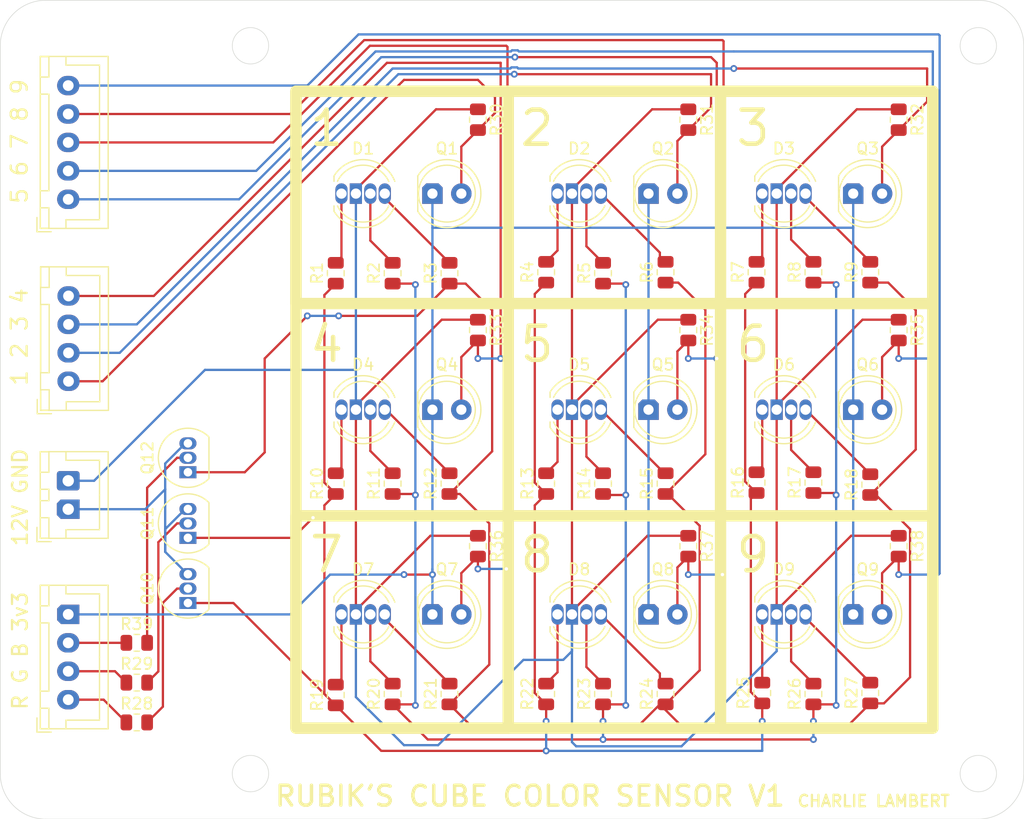
<source format=kicad_pcb>
(kicad_pcb (version 20240108) (generator "pcbnew") (generator_version "8.0")
  (title_block (title "Rubik's Cube Color Sensor") (date "2024-03-12") (rev "A") (company "Designed by Charlie Lambert") (comment 1 "Color sensor board for Rubik's Cube Solving Machine"))
  (layers (0 "F.Cu" signal) (31 "B.Cu" signal) (34 "B.Paste" user) (35 "F.Paste" user) (36 "B.SilkS" user "B.Silkscreen") (37 "F.SilkS" user "F.Silkscreen") (38 "B.Mask" user) (39 "F.Mask" user) (44 "Edge.Cuts" user))
  (net 0 "")
  (net 1 "Net-(D1-GA)")
  (net 2 "Net-(D1-BA)")
  (net 3 "Net-(D1-RA)")
  (net 4 "Net-(D1-K)")
  (net 5 "Net-(D2-BA)")
  (net 6 "Net-(D2-RA)")
  (net 7 "Net-(D2-GA)")
  (net 8 "Net-(D3-RA)")
  (net 9 "Net-(D3-BA)")
  (net 10 "Net-(D3-GA)")
  (net 11 "Net-(D4-GA)")
  (net 12 "Net-(D4-BA)")
  (net 13 "Net-(D4-RA)")
  (net 14 "Net-(D5-BA)")
  (net 15 "Net-(D5-RA)")
  (net 16 "Net-(D5-GA)")
  (net 17 "Net-(D6-RA)")
  (net 18 "Net-(D6-GA)")
  (net 19 "Net-(D6-BA)")
  (net 20 "Net-(D7-RA)")
  (net 21 "Net-(D7-BA)")
  (net 22 "Net-(D7-GA)")
  (net 23 "Net-(D8-GA)")
  (net 24 "Net-(D8-RA)")
  (net 25 "Net-(D8-BA)")
  (net 26 "Net-(D9-RA)")
  (net 27 "Net-(D9-BA)")
  (net 28 "Net-(D9-GA)")
  (net 29 "Net-(J1-GREEN)")
  (net 30 "Net-(J1-3v3)")
  (net 31 "Net-(J1-RED)")
  (net 32 "Net-(J1-BLUE)")
  (net 33 "Net-(J2-12V)")
  (net 34 "Net-(J3-Pin_1)")
  (net 35 "Net-(J3-Pin_4)")
  (net 36 "Net-(J3-Pin_2)")
  (net 37 "Net-(J3-Pin_3)")
  (net 38 "Net-(J4-Pin_1)")
  (net 39 "Net-(J4-Pin_4)")
  (net 40 "Net-(J4-Pin_2)")
  (net 41 "Net-(J4-Pin_5)")
  (net 42 "Net-(J4-Pin_3)")
  (net 43 "Net-(Q10-E)")
  (net 44 "Net-(Q10-B)")
  (net 45 "Net-(Q11-B)")
  (net 46 "Net-(Q11-E)")
  (net 47 "Net-(Q12-B)")
  (net 48 "Net-(Q12-E)")
  (footprint "Resistor_SMD:R_0805_2012Metric" (layer "F.Cu") (at 125.5 106.5 90)
    (property "Reference" "R10")
    (property "Value" "470R")
  )
  (footprint "LED_THT:LED_D5.0mm_Clear" (layer "F.Cu") (at 134 81)
    (property "Reference" "Q1")
    (property "Value" "PT334-6C")
  )
  (footprint "Resistor_SMD:R_0805_2012Metric" (layer "F.Cu") (at 156.5 93 -90)
    (property "Reference" "R34")
    (property "Value" "100kR")
  )
  (footprint "LED_THT:LED_D5.0mm_Clear" (layer "F.Cu") (at 171 100)
    (property "Reference" "Q6")
    (property "Value" "PT334-6C")
  )
  (footprint "Resistor_SMD:R_0805_2012Metric" (layer "F.Cu") (at 135.5 88 90)
    (property "Reference" "R3")
    (property "Value" "430R")
  )
  (footprint "LED_THT:LED_D5.0mm_Clear" (layer "F.Cu") (at 153 118)
    (property "Reference" "Q8")
    (property "Value" "PT334-6C")
  )
  (footprint "Connector_JST:JST_XH_B5B-XH-A_1x05_P2.50mm_Vertical" (layer "F.Cu") (at 101.975 81.5 90)
    (property "Reference" "J4" (hide yes))
    (property "Value" "Color Out 2")
  )
  (footprint "Resistor_SMD:R_0805_2012Metric" (layer "F.Cu") (at 138 74.5 -90)
    (property "Reference" "R30")
    (property "Value" "100kR")
  )
  (footprint "Resistor_SMD:R_0805_2012Metric" (layer "F.Cu") (at 172.5 124.9125 90)
    (property "Reference" "R27")
    (property "Value" "430R")
  )
  (footprint "Package_TO_SOT_THT:TO-92_Inline" (layer "F.Cu") (at 112.5 105.5 90)
    (property "Reference" "Q12")
    (property "Value" "PN2222A")
  )
  (footprint "LED_THT:LED_D5.0mm-RKGB" (layer "F.Cu") (at 126 100)
    (property "Reference" "D4")
    (property "Value" "LED_KRGB")
  )
  (footprint "Resistor_SMD:R_0805_2012Metric" (layer "F.Cu") (at 175 93 -90)
    (property "Reference" "R35")
    (property "Value" "100kR")
  )
  (footprint "LED_THT:LED_D5.0mm_Clear" (layer "F.Cu") (at 153 100)
    (property "Reference" "Q5")
    (property "Value" "PT334-6C")
  )
  (footprint "Resistor_SMD:R_0805_2012Metric" (layer "F.Cu") (at 125.5 125.0875 90)
    (property "Reference" "R19")
    (property "Value" "470R")
  )
  (footprint "Package_TO_SOT_THT:TO-92_Inline" (layer "F.Cu") (at 112.5 117 90)
    (property "Reference" "Q10")
    (property "Value" "PN2222A")
  )
  (footprint "Resistor_SMD:R_0805_2012Metric" (layer "F.Cu") (at 154.5 87.9125 90)
    (property "Reference" "R6")
    (property "Value" "430R")
  )
  (footprint "Resistor_SMD:R_0805_2012Metric" (layer "F.Cu") (at 130.5 125 90)
    (property "Reference" "R20")
    (property "Value" "430R")
  )
  (footprint "Resistor_SMD:R_0805_2012Metric" (layer "F.Cu") (at 172.5 87.9125 90)
    (property "Reference" "R9")
    (property "Value" "430R")
  )
  (footprint "Resistor_SMD:R_0805_2012Metric" (layer "F.Cu") (at 167.5 106.4125 90)
    (property "Reference" "R17")
    (property "Value" "430R")
  )
  (footprint "LED_THT:LED_D5.0mm_Clear" (layer "F.Cu") (at 171 81)
    (property "Reference" "Q3")
    (property "Value" "PT334-6C")
  )
  (footprint "Resistor_SMD:R_0805_2012Metric" (layer "F.Cu") (at 167.5 87.9125 90)
    (property "Reference" "R8")
    (property "Value" "430R")
  )
  (footprint "Resistor_SMD:R_0805_2012Metric" (layer "F.Cu") (at 135.5 125 90)
    (property "Reference" "R21")
    (property "Value" "430R")
  )
  (footprint "Resistor_SMD:R_0805_2012Metric" (layer "F.Cu") (at 108 127.5)
    (property "Reference" "R28")
    (property "Value" "1kR")
  )
  (footprint "Resistor_SMD:R_0805_2012Metric" (layer "F.Cu") (at 175 74.5 -90)
    (property "Reference" "R32")
    (property "Value" "100kR")
  )
  (footprint "Package_TO_SOT_THT:TO-92_Inline" (layer "F.Cu") (at 112.5 111.27 90)
    (property "Reference" "Q11")
    (property "Value" "PN2222A")
  )
  (footprint "Resistor_SMD:R_0805_2012Metric" (layer "F.Cu") (at 130.5 106.5 90)
    (property "Reference" "R11")
    (property "Value" "430R")
  )
  (footprint "LED_THT:LED_D5.0mm-RKGB" (layer "F.Cu") (at 163 100)
    (property "Reference" "D6")
    (property "Value" "LED_KRGB")
  )
  (footprint "Resistor_SMD:R_0805_2012Metric" (layer "F.Cu") (at 154.5 125 90)
    (property "Reference" "R24")
    (property "Value" "430R")
  )
  (footprint "Resistor_SMD:R_0805_2012Metric" (layer "F.Cu") (at 149 125 90)
    (property "Reference" "R23")
    (property "Value" "430R")
  )
  (footprint "LED_THT:LED_D5.0mm_Clear" (layer "F.Cu") (at 153 81)
    (property "Reference" "Q2")
    (property "Value" "PT334-6C")
  )
  (footprint "Resistor_SMD:R_0805_2012Metric" (layer "F.Cu") (at 144 106.5 90)
    (property "Reference" "R13")
    (property "Value" "470R")
  )
  (footprint "Resistor_SMD:R_0805_2012Metric" (layer "F.Cu") (at 135.5 106.5 90)
    (property "Reference" "R12")
    (property "Value" "430R")
  )
  (footprint "Resistor_SMD:R_0805_2012Metric" (layer "F.Cu") (at 154.5 106.5 90)
    (property "Reference" "R15")
    (property "Value" "430R")
  )
  (footprint "Resistor_SMD:R_0805_2012Metric" (layer "F.Cu") (at 108 124)
    (property "Reference" "R29")
    (property "Value" "1kR")
  )
  (footprint "Resistor_SMD:R_0805_2012Metric" (layer "F.Cu") (at 130.5 88 90)
    (property "Reference" "R2")
    (property "Value" "430R")
  )
  (footprint "LED_THT:LED_D5.0mm_Clear" (layer "F.Cu") (at 171 118)
    (property "Reference" "Q9")
    (property "Value" "PT334-6C")
  )
  (footprint "Resistor_SMD:R_0805_2012Metric" (layer "F.Cu") (at 138 112 -90)
    (property "Reference" "R36")
    (property "Value" "100kR")
  )
  (footprint "LED_THT:LED_D5.0mm-RKGB" (layer "F.Cu") (at 145 100)
    (property "Reference" "D5")
    (property "Value" "LED_KRGB")
  )
  (footprint "Resistor_SMD:R_0805_2012Metric" (layer "F.Cu") (at 149 88 90)
    (property "Reference" "R5")
    (property "Value" "430R")
  )
  (footprint "LED_THT:LED_D5.0mm-RKGB" (layer "F.Cu") (at 145 118)
    (property "Reference" "D8")
    (property "Value" "LED_KRGB")
  )
  (footprint "Resistor_SMD:R_0805_2012Metric" (layer "F.Cu") (at 167.5 125 90)
    (property "Reference" "R26")
    (property "Value" "430R")
  )
  (footprint "Connector_JST:JST_XH_B2B-XH-A_1x02_P2.50mm_Vertical" (layer "F.Cu") (at 101.975 108.75 90)
    (property "Reference" "J2" (hide yes))
    (property "Value" "Power")
  )
  (footprint "Resistor_SMD:R_0805_2012Metric" (layer "F.Cu") (at 125.5 88 90)
    (property "Reference" "R1")
    (property "Value" "470R")
  )
  (footprint "Resistor_SMD:R_0805_2012Metric" (layer "F.Cu") (at 175 112 -90)
    (property "Reference" "R38")
    (property "Value" "100kR")
  )
  (footprint "Resistor_SMD:R_0805_2012Metric" (layer "F.Cu") (at 162.5 106.4125 90)
    (property "Reference" "R16")
    (property "Value" "470R")
  )
  (footprint "Resistor_SMD:R_0805_2012Metric" (layer "F.Cu") (at 108 120.5)
    (property "Reference" "R39")
    (property "Value" "1kR")
  )
  (footprint "Resistor_SMD:R_0805_2012Metric" (layer "F.Cu") (at 163 124.9125 90)
    (property "Reference" "R25")
    (property "Value" "470R")
  )
  (footprint "Resistor_SMD:R_0805_2012Metric" (layer "F.Cu") (at 138 93 -90)
    (property "Reference" "R33")
    (property "Value" "100kR")
  )
  (footprint "Resistor_SMD:R_0805_2012Metric" (layer "F.Cu") (at 149 106.5 90)
    (property "Reference" "R14")
    (property "Value" "430R")
  )
  (footprint "LED_THT:LED_D5.0mm-RKGB" (layer "F.Cu") (at 163 81)
    (property "Reference" "D3")
    (property "Value" "LED_KRGB")
  )
  (footprint "LED_THT:LED_D5.0mm-RKGB" (layer "F.Cu") (at 126 118)
    (property "Reference" "D7")
    (property "Value" "LED_KRGB")
  )
  (footprint "LED_THT:LED_D5.0mm-RKGB" (layer "F.Cu") (at 145 81)
    (property "Reference" "D2")
    (property "Value" "LED_KRGB")
  )
  (footprint "Resistor_SMD:R_0805_2012Metric" (layer "F.Cu") (at 172.5 106.5875 90)
    (property "Reference" "R18")
    (property "Value" "430R")
  )
  (footprint "Connector_JST:JST_XH_B4B-XH-A_1x04_P2.50mm_Vertical" (layer "F.Cu") (at 102 97.5 90)
    (property "Reference" "J3" (hide yes))
    (property "Value" "Color Out 1")
  )
  (footprint "Resistor_SMD:R_0805_2012Metric" (layer "F.Cu") (at 144 125 90)
    (property "Reference" "R22")
    (property "Value" "470R")
  )
  (footprint "LED_THT:LED_D5.0mm_Clear" (layer "F.Cu") (at 134 100)
    (property "Reference" "Q4")
    (property "Value" "PT334-6C")
  )
  (footprint "Resistor_SMD:R_0805_2012Metric" (layer "F.Cu") (at 156.5 74.5 -90)
    (property "Reference" "R31")
    (property "Value" "100kR")
  )
  (footprint "LED_THT:LED_D5.0mm_Clear" (layer "F.Cu") (at 134 118)
    (property "Reference" "Q7")
    (property "Value" "PT334-6C")
  )
  (footprint "LED_THT:LED_D5.0mm-RKGB" (layer "F.Cu") (at 163 118)
    (property "Reference" "D9")
    (property "Value" "LED_KRGB")
  )
  (footprint "Resistor_SMD:R_0805_2012Metric" (layer "F.Cu") (at 162.5 87.9125 90)
    (property "Reference" "R7")
    (property "Value" "470R")
  )
  (footprint "LED_THT:LED_D5.0mm-RKGB" (layer "F.Cu") (at 126 81)
    (property "Reference" "D1")
    (property "Value" "LED_KRGB")
  )
  (footprint "Resistor_SMD:R_0805_2012Metric" (layer "F.Cu") (at 156.5 112 -90)
    (property "Reference" "R37")
    (property "Value" "100kR")
  )
  (footprint "Resistor_SMD:R_0805_2012Metric" (layer "F.Cu") (at 144 87.9125 90)
    (property "Reference" "R4")
    (property "Value" "470R")
  )
  (footprint "Connector_JST:JST_XH_B4B-XH-A_1x04_P2.50mm_Vertical" (layer "F.Cu") (at 101.975 125.5 90)
    (property "Reference" "J1" (hide yes))
    (property "Value" "Color Pins")
  )
  (gr_rect (start 122 72) (end 178 128) (stroke (width 0.1)) (fill none) (layer "F.SilkS"))
  (gr_rect (start 159.333333 72) (end 178 128) (stroke (width 1)) (fill none) (layer "F.SilkS"))
  (gr_rect (start 122 72) (end 178 90.666667) (stroke (width 1)) (fill none) (layer "F.SilkS"))
  (gr_rect (start 122 109.333333) (end 178 128) (stroke (width 1)) (fill none) (layer "F.SilkS"))
  (gr_rect (start 122 72) (end 140.666667 128) (stroke (width 1)) (fill none) (layer "F.SilkS"))
  (gr_arc (start 186 132) (mid 184.828427 134.828427) (end 182 136) (stroke (width 0.05)) (layer "Edge.Cuts"))
  (gr_circle (center 182 132) (end 183.6 132) (stroke (width 0.05)) (fill none) (layer "Edge.Cuts"))
  (gr_line (start 182 136) (end 100 136) (stroke (width 0.05)) (layer "Edge.Cuts"))
  (gr_circle (center 118 68) (end 119.6 68) (stroke (width 0.05)) (fill none) (layer "Edge.Cuts"))
  (gr_line (start 182 64) (end 100 64) (stroke (width 0.05)) (layer "Edge.Cuts"))
  (gr_line (start 186 132) (end 186 68) (stroke (width 0.05)) (layer "Edge.Cuts"))
  (gr_arc (start 182 64) (mid 184.828427 65.171573) (end 186 68) (stroke (width 0.05)) (layer "Edge.Cuts"))
  (gr_arc (start 100 136) (mid 97.171573 134.828427) (end 96 132) (stroke (width 0.05)) (layer "Edge.Cuts"))
  (gr_circle (center 182 68) (end 183.6 68) (stroke (width 0.05)) (fill none) (layer "Edge.Cuts"))
  (gr_line (start 96 132) (end 96 68) (stroke (width 0.05)) (layer "Edge.Cuts"))
  (gr_arc (start 96 68) (mid 97.171573 65.171573) (end 100 64) (stroke (width 0.05)) (layer "Edge.Cuts"))
  (gr_circle (center 118 132) (end 119.6 132) (stroke (width 0.05)) (fill none) (layer "Edge.Cuts"))
  (gr_text "2" (at 141.5 77 0) (layer "F.SilkS") (effects (font (size 3 3) (thickness 0.4)) (justify left bottom)))
  (gr_text "CHARLIE LAMBERT" (at 166 135 0) (layer "F.SilkS") (effects (font (size 1 1) (thickness 0.2) (bold yes)) (justify left bottom)))
  (gr_text "R G B 3v3" (at 98.5 126.5 90) (layer "F.SilkS") (effects (font (size 1.3 1.3) (thickness 0.2)) (justify left bottom)))
  (gr_text "4" (at 123 96 0) (layer "F.SilkS") (effects (font (size 3 3) (thickness 0.4)) (justify left bottom)))
  (gr_text "RUBIK'S CUBE COLOR SENSOR V1" (at 120 135 0) (layer "F.SilkS") (effects (font (size 1.75 1.75) (thickness 0.3) (bold yes)) (justify left bottom)))
  (gr_text "1 2 3 4" (at 98.5 98 90) (layer "F.SilkS") (effects (font (size 1.4 1.4) (thickness 0.2)) (justify left bottom)))
  (gr_text "9" (at 160.5 114.5 0) (layer "F.SilkS") (effects (font (size 3 3) (thickness 0.4)) (justify left bottom)))
  (gr_text "8" (at 141.5 114.5 0) (layer "F.SilkS") (effects (font (size 3 3) (thickness 0.4)) (justify left bottom)))
  (gr_text "6" (at 160.5 96 0) (layer "F.SilkS") (effects (font (size 3 3) (thickness 0.4)) (justify left bottom)))
  (gr_text "3" (at 160.5 77 0) (layer "F.SilkS") (effects (font (size 3 3) (thickness 0.4)) (justify left bottom)))
  (gr_text "	12V GND\n" (at 98.5 117 90) (layer "F.SilkS") (effects (font (size 1.3 1.3) (thickness 0.2)) (justify left bottom)))
  (gr_text "7" (at 123 114.5 0) (layer "F.SilkS") (effects (font (size 3 3) (thickness 0.4)) (justify left bottom)))
  (gr_text "5" (at 141.5 96 0) (layer "F.SilkS") (effects (font (size 3 3) (thickness 0.4)) (justify left bottom)))
  (gr_text "5 6 7 8 9" (at 98.5 82 90) (layer "F.SilkS") (effects (font (size 1.4 1.4) (thickness 0.2)) (justify left bottom)))
  (gr_text "1" (at 123 77 0) (layer "F.SilkS") (effects (font (size 3 3) (thickness 0.4)) (justify left bottom)))
  (segment (start 128.54 85.1275) (end 130.5 87.0875) (width 0.2) (layer "F.Cu") (net 1))
  (segment (start 128.54 81) (end 128.54 85.1275) (width 0.2) (layer "F.Cu") (net 1))
  (segment (start 129.81 81.3975) (end 135.5 87.0875) (width 0.2) (layer "F.Cu") (net 2))
  (segment (start 126 86.5875) (end 125.5 87.0875) (width 0.2) (layer "F.Cu") (net 3))
  (segment (start 126 81) (end 126 86.5875) (width 0.2) (layer "F.Cu") (net 3))
  (segment (start 127.27 80.635) (end 134.3175 73.5875) (width 0.2) (layer "F.Cu") (net 4))
  (segment (start 127.27 117.635) (end 133.8175 111.0875) (width 0.2) (layer "F.Cu") (net 4))
  (segment (start 152.906632 111.0875) (end 156.5 111.0875) (width 0.2) (layer "F.Cu") (net 4))
  (segment (start 127.27 99.635) (end 134.8175 92.0875) (width 0.2) (layer "F.Cu") (net 4))
  (segment (start 127.25 96.5) (end 127.27 96.48) (width 0.2) (layer "F.Cu") (net 4))
  (segment (start 164.27 100) (end 164.27 81) (width 0.2) (layer "F.Cu") (net 4))
  (segment (start 146.27 118) (end 146.27 100) (width 0.2) (layer "F.Cu") (net 4))
  (segment (start 146.27 117.724132) (end 152.906632 111.0875) (width 0.2) (layer "F.Cu") (net 4))
  (segment (start 164.27 117.635) (end 170.8175 111.0875) (width 0.2) (layer "F.Cu") (net 4))
  (segment (start 164.27 117.635) (end 164.27 100) (width 0.2) (layer "F.Cu") (net 4))
  (segment (start 170.8175 111.0875) (end 175 111.0875) (width 0.2) (layer "F.Cu") (net 4))
  (segment (start 127.27 118) (end 127.27 100) (width 0.2) (layer "F.Cu") (net 4))
  (segment (start 171.3175 73.5875) (end 175 73.5875) (width 0.2) (layer "F.Cu") (net 4))
  (segment (start 146.27 80.635) (end 153.3175 73.5875) (width 0.2) (layer "F.Cu") (net 4))
  (segment (start 164.27 99.635) (end 171.8175 92.0875) (width 0.2) (layer "F.Cu") (net 4))
  (segment (start 134.8175 92.0875) (end 138 92.0875) (width 0.2) (layer "F.Cu") (net 4))
  (segment (start 153.3175 73.5875) (end 156.5 73.5875) (width 0.2) (layer "F.Cu") (net 4))
  (segment (start 133.8175 111.0875) (end 138 111.0875) (width 0.2) (layer "F.Cu") (net 4))
  (segment (start 171.8175 92.0875) (end 175 92.0875) (width 0.2) (layer "F.Cu") (net 4))
  (segment (start 134.3175 73.5875) (end 138 73.5875) (width 0.2) (layer "F.Cu") (net 4))
  (segment (start 127.25 96.5) (end 127.27 96.52) (width 0.2) (layer "F.Cu") (net 4))
  (segment (start 146.27 100) (end 146.27 81) (width 0.2) (layer "F.Cu") (net 4))
  (segment (start 164.27 80.635) (end 171.3175 73.5875) (width 0.2) (layer "F.Cu") (net 4))
  (segment (start 146.27 99.635) (end 153.8175 92.0875) (width 0.2) (layer "F.Cu") (net 4))
  (segment (start 153.8175 92.0875) (end 156.5 92.0875) (width 0.2) (layer "F.Cu") (net 4))
  (segment (start 145.5 122) (end 142 122) (width 0.2) (layer "B.Cu") (net 4))
  (segment (start 127.27 96.48) (end 127.27 81) (width 0.2) (layer "B.Cu") (net 4))
  (segment (start 146.64 129.6) (end 155.9 129.6) (width 0.2) (layer "B.Cu") (net 4))
  (segment (start 127.27 96.52) (end 127.27 100) (width 0.2) (layer "B.Cu") (net 4))
  (segment (start 127.27 125.27) (end 131.5 129.5) (width 0.2) (layer "B.Cu") (net 4))
  (segment (start 134.5 129.5) (end 131.5 129.5) (width 0.2) (layer "B.Cu") (net 4))
  (segment (start 146.27 121.23) (end 145.5 122) (width 0.2) (layer "B.Cu") (net 4))
  (segment (start 146.27 118) (end 146.27 129.23) (width 0.2) (layer "B.Cu") (net 4))
  (segment (start 146.27 118) (end 146.27 121.23) (width 0.2) (layer "B.Cu") (net 4))
  (segment (start 127.27 118) (end 127.27 125.27) (width 0.2) (layer "B.Cu") (net 4))
  (segment (start 155.9 129.6) (end 164.27 121.23) (width 0.2) (layer "B.Cu") (net 4))
  (segment (start 127.25 96.5) (end 114 96.5) (width 0.2) (layer "B.Cu") (net 4))
  (segment (start 164.27 121.23) (end 164.27 118) (width 0.2) (layer "B.Cu") (net 4))
  (segment (start 104.25 106.25) (end 101.975 106.25) (width 0.2) (layer "B.Cu") (net 4))
  (segment (start 146.27 129.23) (end 146.64 129.6) (width 0.2) (layer "B.Cu") (net 4))
  (segment (start 142 122) (end 134.5 129.5) (width 0.2) (layer "B.Cu") (net 4))
  (segment (start 114 96.5) (end 104.25 106.25) (width 0.2) (layer "B.Cu") (net 4))
  (segment (start 148.81 81) (end 154 86.19) (width 0.2) (layer "F.Cu") (net 5))
  (segment (start 154 86.19) (end 154 87) (width 0.2) (layer "F.Cu") (net 5))
  (segment (start 145 86) (end 144 87) (width 0.2) (layer "F.Cu") (net 6))
  (segment (start 145 81) (end 145 86) (width 0.2) (layer "F.Cu") (net 6))
  (segment (start 147.54 81) (end 147.54 85.6275) (width 0.2) (layer "F.Cu") (net 7))
  (segment (start 147.54 85.6275) (end 149 87.0875) (width 0.2) (layer "F.Cu") (net 7))
  (segment (start 163 81) (end 163 86.5) (width 0.2) (layer "F.Cu") (net 8))
  (segment (start 163 86.5) (end 162.5 87) (width 0.2) (layer "F.Cu") (net 8))
  (segment (start 166.81 81.31) (end 172.5 87) (width 0.2) (layer "F.Cu") (net 9))
  (segment (start 165.54 85.04) (end 167.5 87) (width 0.2) (layer "F.Cu") (net 10))
  (segment (start 165.54 81) (end 165.54 85.04) (width 0.2) (layer "F.Cu") (net 10))
  (segment (start 128.54 103.6275) (end 130.5 105.5875) (width 0.2) (layer "F.Cu") (net 11))
  (segment (start 128.54 100) (end 128.54 103.6275) (width 0.2) (layer "F.Cu") (net 11))
  (segment (start 129.9125 100) (end 135.5 105.5875) (width 0.2) (layer "F.Cu") (net 12))
  (segment (start 126 100) (end 126 105.0875) (width 0.2) (layer "F.Cu") (net 13))
  (segment (start 126 105.0875) (end 125.5 105.5875) (width 0.2) (layer "F.Cu") (net 13))
  (segment (start 148.81 100) (end 154 105.19) (width 0.2) (layer "F.Cu") (net 14))
  (segment (start 145 100) (end 145 104.5875) (width 0.2) (layer "F.Cu") (net 15))
  (segment (start 145 104.5875) (end 144 105.5875) (width 0.2) (layer "F.Cu") (net 15))
  (segment (start 147.54 100) (end 147.54 104.1275) (width 0.2) (layer "F.Cu") (net 16))
  (segment (start 147.54 104.1275) (end 149 105.5875) (width 0.2) (layer "F.Cu") (net 16))
  (segment (start 163 100) (end 163 105) (width 0.2) (layer "F.Cu") (net 17))
  (segment (start 163 105) (end 162.5 105.5) (width 0.2) (layer "F.Cu") (net 17))
  (segment (start 165.54 103.54) (end 167.5 105.5) (width 0.2) (layer "F.Cu") (net 18))
  (segment (start 165.54 100) (end 165.54 103.54) (width 0.2) (layer "F.Cu") (net 18))
  (segment (start 166.825 100) (end 172.5 105.675) (width 0.2) (layer "F.Cu") (net 19))
  (segment (start 126 118) (end 126 123.675) (width 0.2) (layer "F.Cu") (net 20))
  (segment (start 126 123.675) (end 125.5 124.175) (width 0.2) (layer "F.Cu") (net 20))
  (segment (start 129.81 118.3975) (end 135.5 124.0875) (width 0.2) (layer "F.Cu") (net 21))
  (segment (start 128.54 122.1275) (end 130.5 124.0875) (width 0.2) (layer "F.Cu") (net 22))
  (segment (start 128.54 118) (end 128.54 122.1275) (width 0.2) (layer "F.Cu") (net 22))
  (segment (start 147.54 122.6275) (end 149 124.0875) (width 0.2) (layer "F.Cu") (net 23))
  (segment (start 147.54 118) (end 147.54 122.6275) (width 0.2) (layer "F.Cu") (net 23))
  (segment (start 145 118) (end 145 123.0875) (width 0.2) (layer "F.Cu") (net 24))
  (segment (start 145 123.0875) (end 144 124.0875) (width 0.2) (layer "F.Cu") (net 24))
  (segment (start 148.81 118) (end 154 123.19) (width 0.2) (layer "F.Cu") (net 25))
  (segment (start 154 123.19) (end 154 124.0875) (width 0.2) (layer "F.Cu") (net 25))
  (segment (start 163 118) (end 163 124) (width 0.2) (layer "F.Cu") (net 26))
  (segment (start 166.81 118.31) (end 172.5 124) (width 0.2) (layer "F.Cu") (net 27))
  (segment (start 165.54 122.1275) (end 167.5 124.0875) (width 0.2) (layer "F.Cu") (net 28))
  (segment (start 165.54 118) (end 165.54 122.1275) (width 0.2) (layer "F.Cu") (net 28))
  (segment (start 106.0875 123) (end 107.0875 124) (width 0.2) (layer "F.Cu") (net 29))
  (segment (start 101.975 123) (end 106.0875 123) (width 0.2) (layer "F.Cu") (net 29))
  (segment (start 131.5 114.5) (end 134 114.5) (width 0.2) (layer "F.Cu") (net 30))
  (via (at 134 114.5) (size 0.6) (drill 0.3) (layers "F.Cu" "B.Cu") (net 30))
  (via (at 131.5 114.5) (size 0.6) (drill 0.3) (layers "F.Cu" "B.Cu") (net 30))
  (segment (start 134 114) (end 134 118) (width 0.2) (layer "B.Cu") (net 30))
  (segment (start 153 100) (end 153 84) (width 0.2) (layer "B.Cu") (net 30))
  (segment (start 125 114.5) (end 121.5 118) (width 0.2) (layer "B.Cu") (net 30))
  (segment (start 134 84) (end 153 84) (width 0.2) (layer "B.Cu") (net 30))
  (segment (start 171 100) (end 171 114.5) (width 0.2) (layer "B.Cu") (net 30))
  (segment (start 134 100) (end 134 103.5) (width 0.2) (layer "B.Cu") (net 30))
  (segment (start 171 100) (end 171 96.5) (width 0.2) (layer "B.Cu") (net 30))
  (segment (start 121.5 118) (end 101.975 118) (width 0.2) (layer "B.Cu") (net 30))
  (segment (start 153 84) (end 171 84) (width 0.2) (layer "B.Cu") (net 30))
  (segment (start 134 114) (end 134 114.5) (width 0.2) (layer "B.Cu") (net 30))
  (segment (start 134 103.5) (end 134 114) (width 0.2) (layer "B.Cu") (net 30))
  (segment (start 134 81) (end 134 84) (width 0.2) (layer "B.Cu") (net 30))
  (segment (start 131.5 114.5) (end 125 114.5) (width 0.2) (layer "B.Cu") (net 30))
  (segment (start 153 81) (end 153 84) (width 0.2) (layer "B.Cu") (net 30))
  (segment (start 171 114.5) (end 171 118) (width 0.2) (layer "B.Cu") (net 30))
  (segment (start 153 100) (end 153 118) (width 0.2) (layer "B.Cu") (net 30))
  (segment (start 171 81) (end 171 84) (width 0.2) (layer "B.Cu") (net 30))
  (segment (start 171 96.5) (end 171 84) (width 0.2) (layer "B.Cu") (net 30))
  (segment (start 134 100) (end 134 84) (width 0.2) (layer "B.Cu") (net 30))
  (segment (start 105.0875 125.5) (end 107.0875 127.5) (width 0.2) (layer "F.Cu") (net 31))
  (segment (start 101.975 125.5) (end 105.0875 125.5) (width 0.2) (layer "F.Cu") (net 31))
  (segment (start 101.975 120.5) (end 107.0875 120.5) (width 0.2) (layer "F.Cu") (net 32))
  (segment (start 108.75 108.75) (end 110.5 107) (width 0.2) (layer "B.Cu") (net 33))
  (segment (start 110.5 112.5) (end 112.46 114.46) (width 0.2) (layer "B.Cu") (net 33))
  (segment (start 112.5 102.96) (end 112.275 102.96) (width 0.2) (layer "B.Cu") (net 33))
  (segment (start 112.5 108.73) (end 112.275 108.73) (width 0.2) (layer "B.Cu") (net 33))
  (segment (start 110.5 110.505) (end 110.5 112.5) (width 0.2) (layer "B.Cu") (net 33))
  (segment (start 112.275 108.73) (end 110.5 110.505) (width 0.2) (layer "B.Cu") (net 33))
  (segment (start 110.5 104.735) (end 110.5 107) (width 0.2) (layer "B.Cu") (net 33))
  (segment (start 112.275 102.96) (end 110.5 104.735) (width 0.2) (layer "B.Cu") (net 33))
  (segment (start 101.975 108.75) (end 108.75 108.75) (width 0.2) (layer "B.Cu") (net 33))
  (segment (start 110.5 107) (end 110.5 112.5) (width 0.2) (layer "B.Cu") (net 33))
  (segment (start 112.46 114.46) (end 112.5 114.46) (width 0.2) (layer "B.Cu") (net 33))
  (segment (start 139.5 72.5) (end 138 71) (width 0.2) (layer "F.Cu") (net 34))
  (segment (start 131.5 71) (end 105 97.5) (width 0.2) (layer "F.Cu") (net 34))
  (segment (start 136.54 76.8725) (end 138 75.4125) (width 0.2) (layer "F.Cu") (net 34))
  (segment (start 136.54 81) (end 136.54 76.8725) (width 0.2) (layer "F.Cu") (net 34))
  (segment (start 138 71) (end 131.5 71) (width 0.2) (layer "F.Cu") (net 34))
  (segment (start 139.5 73.9125) (end 139.5 72.5) (width 0.2) (layer "F.Cu") (net 34))
  (segment (start 138 75.4125) (end 139.5 73.9125) (width 0.2) (layer "F.Cu") (net 34))
  (segment (start 105 97.5) (end 102 97.5) (width 0.2) (layer "F.Cu") (net 34))
  (segment (start 140 69.5) (end 140 95.5) (width 0.2) (layer "F.Cu") (net 35))
  (segment (start 102 90) (end 109.5 90) (width 0.2) (layer "F.Cu") (net 35))
  (segment (start 136.54 95.3725) (end 138 93.9125) (width 0.2) (layer "F.Cu") (net 35))
  (segment (start 138 93.9125) (end 138 95.5) (width 0.2) (layer "F.Cu") (net 35))
  (segment (start 136.54 100) (end 136.54 95.3725) (width 0.2) (layer "F.Cu") (net 35))
  (segment (start 130 69.5) (end 140 69.5) (width 0.2) (layer "F.Cu") (net 35))
  (segment (start 109.5 90) (end 130 69.5) (width 0.2) (layer "F.Cu") (net 35))
  (via (at 138 95.5) (size 0.6) (drill 0.3) (layers "F.Cu" "B.Cu") (net 35))
  (via (at 140 95.5) (size 0.6) (drill 0.3) (layers "F.Cu" "B.Cu") (net 35))
  (segment (start 138 95.5) (end 140 95.5) (width 0.2) (layer "B.Cu") (net 35))
  (segment (start 156.5 75.4125) (end 158.5 73.4125) (width 0.2) (layer "F.Cu") (net 36))
  (segment (start 158.5 70.5) (end 141.2 70.5) (width 0.2) (layer "F.Cu") (net 36))
  (segment (start 158.5 73.4125) (end 158.5 70.5) (width 0.2) (layer "F.Cu") (net 36))
  (segment (start 155.54 76.3725) (end 156.5 75.4125) (width 0.2) (layer "F.Cu") (net 36))
  (segment (start 155.54 81) (end 155.54 76.3725) (width 0.2) (layer "F.Cu") (net 36))
  (via (at 141.2 70.5) (size 0.6) (drill 0.3) (layers "F.Cu" "B.Cu") (net 36))
  (segment (start 106.5 95) (end 131 70.5) (width 0.2) (layer "B.Cu") (net 36))
  (segment (start 131 70.5) (end 141.2 70.5) (width 0.2) (layer "B.Cu") (net 36))
  (segment (start 102 95) (end 106.5 95) (width 0.2) (layer "B.Cu") (net 36))
  (segment (start 160.5 70) (end 177.5 70) (width 0.2) (layer "F.Cu") (net 37))
  (segment (start 177.5 72.9125) (end 175 75.4125) (width 0.2) (layer "F.Cu") (net 37))
  (segment (start 177.5 70) (end 177.5 72.9125) (width 0.2) (layer "F.Cu") (net 37))
  (segment (start 173.54 81) (end 173.54 76.8725) (width 0.2) (layer "F.Cu") (net 37))
  (segment (start 173.54 76.8725) (end 175 75.4125) (width 0.2) (layer "F.Cu") (net 37))
  (via (at 160.5 70) (size 0.6) (drill 0.3) (layers "F.Cu" "B.Cu") (net 37))
  (segment (start 141.448529 69.9) (end 140.951471 69.9) (width 0.2) (layer "B.Cu") (net 37))
  (segment (start 141.548529 70) (end 141.448529 69.9) (width 0.2) (layer "B.Cu") (net 37))
  (segment (start 140.951471 69.9) (end 140.851471 70) (width 0.2) (layer "B.Cu") (net 37))
  (segment (start 130.5 70) (end 108 92.5) (width 0.2) (layer "B.Cu") (net 37))
  (segment (start 140.851471 70) (end 130.5 70) (width 0.2) (layer "B.Cu") (net 37))
  (segment (start 160.5 70) (end 141.548529 70) (width 0.2) (layer "B.Cu") (net 37))
  (segment (start 108 92.5) (end 102 92.5) (width 0.2) (layer "B.Cu") (net 37))
  (segment (start 158.5 69) (end 159 69.5) (width 0.2) (layer "F.Cu") (net 38))
  (segment (start 156.5 93.9125) (end 156.5 95.5) (width 0.2) (layer "F.Cu") (net 38))
  (segment (start 155.54 100) (end 155.54 94.8725) (width 0.2) (layer "F.Cu") (net 38))
  (segment (start 159 69.5) (end 159 95.5) (width 0.2) (layer "F.Cu") (net 38))
  (segment (start 141.25 69) (end 158.5 69) (width 0.2) (layer "F.Cu") (net 38))
  (segment (start 155.54 94.8725) (end 156.5 93.9125) (width 0.2) (layer "F.Cu") (net 38))
  (via (at 159 95.5) (size 0.6) (drill 0.3) (layers "F.Cu" "B.Cu") (net 38))
  (via (at 141.25 69) (size 0.6) (drill 0.3) (layers "F.Cu" "B.Cu") (net 38))
  (via (at 156.5 95.5) (size 0.6) (drill 0.3) (layers "F.Cu" "B.Cu") (net 38))
  (segment (start 129.5 69) (end 117 81.5) (width 0.2) (layer "B.Cu") (net 38))
  (segment (start 117 81.5) (end 101.975 81.5) (width 0.2) (layer "B.Cu") (net 38))
  (segment (start 141.25 69) (end 129.5 69) (width 0.2) (layer "B.Cu") (net 38))
  (segment (start 156.5 95.5) (end 159 95.5) (width 0.2) (layer "B.Cu") (net 38))
  (segment (start 121.5 74) (end 128 67.5) (width 0.2) (layer "F.Cu") (net 39))
  (segment (start 156.5 112.9125) (end 156.5 114.5) (width 0.2) (layer "F.Cu") (net 39))
  (segment (start 155.54 113.8725) (end 156.5 112.9125) (width 0.2) (layer "F.Cu") (net 39))
  (segment (start 159.6 67.6) (end 159.6 114.4) (width 0.2) (layer "F.Cu") (net 39))
  (segment (start 155.54 118) (end 155.54 113.8725) (width 0.2) (layer "F.Cu") (net 39))
  (segment (start 159.5 67.5) (end 159.6 67.6) (width 0.2) (layer "F.Cu") (net 39))
  (segment (start 159.6 114.4) (end 159.5 114.5) (width 0.2) (layer "F.Cu") (net 39))
  (segment (start 128 67.5) (end 159.5 67.5) (width 0.2) (layer "F.Cu") (net 39))
  (segment (start 101.975 74) (end 121.5 74) (width 0.2) (layer "F.Cu") (net 39))
  (via (at 156.5 114.5) (size 0.6) (drill 0.3) (layers "F.Cu" "B.Cu") (net 39))
  (via (at 159.5 114.5) (size 0.6) (drill 0.3) (layers "F.Cu" "B.Cu") (net 39))
  (segment (start 156.5 114.5) (end 159.5 114.5) (width 0.2) (layer "B.Cu") (net 39))
  (segment (start 173.54 95.3725) (end 175 93.9125) (width 0.2) (layer "F.Cu") (net 40))
  (segment (start 175 93.9125) (end 175 95.5) (width 0.2) (layer "F.Cu") (net 40))
  (segment (start 173.54 100) (end 173.54 95.3725) (width 0.2) (layer "F.Cu") (net 40))
  (via (at 175 95.5) (size 0.6) (drill 0.3) (layers "F.Cu" "B.Cu") (net 40))
  (segment (start 178 95.5) (end 178 68.5) (width 0.2) (layer "B.Cu") (net 40))
  (segment (start 141.001471 68.4) (end 141.498529 68.4) (width 0.2) (layer "B.Cu") (net 40))
  (segment (start 118.5 79) (end 129 68.5) (width 0.2) (layer "B.Cu") (net 40))
  (segment (start 140.901471 68.5) (end 141.001471 68.4) (width 0.2) (layer "B.Cu") (net 40))
  (segment (start 101.975 79) (end 118.5 79) (width 0.2) (layer "B.Cu") (net 40))
  (segment (start 141.598529 68.5) (end 160.5 68.5) (width 0.2) (layer "B.Cu") (net 40))
  (segment (start 129 68.5) (end 140.901471 68.5) (width 0.2) (layer "B.Cu") (net 40))
  (segment (start 160.5 68.5) (end 178 68.5) (width 0.2) (layer "B.Cu") (net 40))
  (segment (start 175 95.5) (end 178 95.5) (width 0.2) (layer "B.Cu") (net 40))
  (segment (start 141.498529 68.4) (end 141.598529 68.5) (width 0.2) (layer "B.Cu") (net 40))
  (segment (start 175 112.9125) (end 175 114.5) (width 0.2) (layer "F.Cu") (net 41))
  (segment (start 173.54 118) (end 173.54 114.3725) (width 0.2) (layer "F.Cu") (net 41))
  (segment (start 173.54 114.3725) (end 175 112.9125) (width 0.2) (layer "F.Cu") (net 41))
  (via (at 175 114.5) (size 0.6) (drill 0.3) (layers "F.Cu" "B.Cu") (net 41))
  (segment (start 127.5 67) (end 178.5 67) (width 0.2) (layer "B.Cu") (net 41))
  (segment (start 178.6 67.1) (end 178.6 114.4) (width 0.2) (layer "B.Cu") (net 41))
  (segment (start 178.6 114.4) (end 178.5 114.5) (width 0.2) (layer "B.Cu") (net 41))
  (segment (start 101.975 71.5) (end 123 71.5) (width 0.2) (layer "B.Cu") (net 41))
  (segment (start 123 71.5) (end 127.5 67) (width 0.2) (layer "B.Cu") (net 41))
  (segment (start 175 114.5) (end 178.5 114.5) (width 0.2) (layer "B.Cu") (net 41))
  (segment (start 178.5 67) (end 178.6 67.1) (width 0.2) (layer "B.Cu") (net 41))
  (segment (start 128.5 68) (end 120 76.5) (width 0.2) (layer "F.Cu") (net 42))
  (segment (start 138 112.9125) (end 138 114) (width 0.2) (layer "F.Cu") (net 42))
  (segment (start 140.6 113.9) (end 140.6 68.1) (width 0.2) (layer "F.Cu") (net 42))
  (segment (start 140.5 114) (end 140.6 113.9) (width 0.2) (layer "F.Cu") (net 42))
  (segment (start 140.6 68.1) (end 140.5 68) (width 0.2) (layer "F.Cu") (net 42))
  (segment (start 136.54 114.3725) (end 138 112.9125) (width 0.2) (layer "F.Cu") (net 42))
  (segment (start 120 76.5) (end 101.975 76.5) (width 0.2) (layer "F.Cu") (net 42))
  (segment (start 140.5 68) (end 128.5 68) (width 0.2) (layer "F.Cu") (net 42))
  (segment (start 136.54 118) (end 136.54 114.3725) (width 0.2) (layer "F.Cu") (net 42))
  (via (at 138 114) (size 0.6) (drill 0.3) (layers "F.Cu" "B.Cu") (net 42))
  (via (at 140.5 114) (size 0.6) (drill 0.3) (layers "F.Cu" "B.Cu") (net 42))
  (segment (start 138 114) (end 140.5 114) (width 0.2) (layer "B.Cu") (net 42))
  (segment (start 144 88.825) (end 143 89.825) (width 0.2) (layer "F.Cu") (net 43))
  (segment (start 124.5 106.4125) (end 125.5 107.4125) (width 0.2) (layer "F.Cu") (net 43))
  (segment (start 124.5 89.9125) (end 124.5 106.4125) (width 0.2) (layer "F.Cu") (net 43))
  (segment (start 125.5 107.4125) (end 124.5 108.4125) (width 0.2) (layer "F.Cu") (net 43))
  (segment (start 116.5 117) (end 125.5 126) (width 0.2) (layer "F.Cu") (net 43))
  (segment (start 143 106.4125) (end 144 107.4125) (width 0.2) (layer "F.Cu") (net 43))
  (segment (start 163 125.825) (end 162 124.825) (width 0.2) (layer "F.Cu") (net 43))
  (segment (start 144 125.9125) (end 144 127.4) (width 0.2) (layer "F.Cu") (net 43))
  (segment (start 143 89.825) (end 143 106.4125) (width 0.2) (layer "F.Cu") (net 43))
  (segment (start 125.5 88.9125) (end 124.5 89.9125) (width 0.2) (layer "F.Cu") (net 43))
  (segment (start 124.5 125) (end 125.5 126) (width 0.2) (layer "F.Cu") (net 43))
  (segment (start 143 108.4125) (end 143 124.9125) (width 0.2) (layer "F.Cu") (net 43))
  (segment (start 161.5 106.325) (end 161.5 89.825) (width 0.2) (layer "F.Cu") (net 43))
  (segment (start 163 125.825) (end 163 127.4) (width 0.2) (layer "F.Cu") (net 43))
  (segment (start 124.5 108.4125) (end 124.5 125) (width 0.2) (layer "F.Cu") (net 43))
  (segment (start 162 124.825) (end 162 107.825) (width 0.2) (layer "F.Cu") (net 43))
  (segment (start 143 124.9125) (end 144 125.9125) (width 0.2) (layer "F.Cu") (net 43))
  (segment (start 162.5 107.325) (end 161.5 106.325) (width 0.2) (layer "F.Cu") (net 43))
  (segment (start 162 107.825) (end 162.5 107.325) (width 0.2) (layer "F.Cu") (net 43))
  (segment (start 161.5 89.825) (end 162.5 88.825) (width 0.2) (layer "F.Cu") (net 43))
  (segment (start 125.5 126) (end 129.5 130) (width 0.2) (layer "F.Cu") (net 43))
  (segment (start 112.5 117) (end 116.5 117) (width 0.2) (layer "F.Cu") (net 43))
  (segment (start 129.5 130) (end 144 130) (width 0.2) (layer "F.Cu") (net 43))
  (segment (start 144 107.4125) (end 143 108.4125) (width 0.2) (layer "F.Cu") (net 43))
  (via (at 163 127.4) (size 0.6) (drill 0.3) (layers "F.Cu" "B.Cu") (net 43))
  (via (at 144 127.4) (size 0.6) (drill 0.3) (layers "F.Cu" "B.Cu") (net 43))
  (via (at 144 130) (size 0.6) (drill 0.3) (layers "F.Cu" "B.Cu") (net 43))
  (segment (start 163 130) (end 144 130) (width 0.2) (layer "B.Cu") (net 43))
  (segment (start 163 127.4) (end 163 130) (width 0.2) (layer "B.Cu") (net 43))
  (segment (start 144 127.4) (end 144 130) (width 0.2) (layer "B.Cu") (net 43))
  (segment (start 112.5 115.73) (end 111.55 115.73) (width 0.2) (layer "F.Cu") (net 44))
  (segment (start 111.55 115.73) (end 110.3 116.98) (width 0.2) (layer "F.Cu") (net 44))
  (segment (start 110.3 116.98) (end 110.3 126.1125) (width 0.2) (layer "F.Cu") (net 44))
  (segment (start 110.3 126.1125) (end 108.9125 127.5) (width 0.2) (layer "F.Cu") (net 44))
  (segment (start 109.9 123.0125) (end 109.9 111.65) (width 0.2) (layer "F.Cu") (net 45))
  (segment (start 109.9 111.65) (end 111.55 110) (width 0.2) (layer "F.Cu") (net 45))
  (segment (start 111.55 110) (end 112.5 110) (width 0.2) (layer "F.Cu") (net 45))
  (segment (start 108.9125 124) (end 109.9 123.0125) (width 0.2) (layer "F.Cu") (net 45))
  (segment (start 167.5 125.9125) (end 167.5 127.4) (width 0.2) (layer "F.Cu") (net 46))
  (segment (start 132.4125 125.9125) (end 132.5 126) (width 0.2) (layer "F.Cu") (net 46))
  (segment (start 169.325 107.325) (end 167.5 107.325) (width 0.2) (layer "F.Cu") (net 46))
  (segment (start 169.4125 125.9125) (end 169.5 126) (width 0.2) (layer "F.Cu") (net 46))
  (segment (start 169.325 88.825) (end 169.5 89) (width 0.2) (layer "F.Cu") (net 46))
  (segment (start 167.5 125.9125) (end 169.4125 125.9125) (width 0.2) (layer "F.Cu") (net 46))
  (segment (start 130.5 125.9125) (end 133.5875 129) (width 0.2) (layer "F.Cu") (net 46))
  (segment (start 149 88.9125) (end 150.9125 88.9125) (width 0.2) (layer "F.Cu") (net 46))
  (segment (start 121.73 111.27) (end 123.5 109.5) (width 0.2) (layer "F.Cu") (net 46))
  (segment (start 149 125.9125) (end 150.9125 125.9125) (width 0.2) (layer "F.Cu") (net 46))
  (segment (start 150.9125 88.9125) (end 151 89) (width 0.2) (layer "F.Cu") (net 46))
  (segment (start 149 125.9125) (end 149 127.4) (width 0.2) (layer "F.Cu") (net 46))
  (segment (start 132.4125 107.4125) (end 130.5 107.4125) (width 0.2) (layer "F.Cu") (net 46))
  (segment (start 130.5 125.9125) (end 132.4125 125.9125) (width 0.2) (layer "F.Cu") (net 46))
  (segment (start 132.4125 88.9125) (end 132.5 89) (width 0.2) (layer "F.Cu") (net 46))
  (segment (start 169.5 107.5) (end 169.325 107.325) (width 0.2) (layer "F.Cu") (net 46))
  (segment (start 130.5 88.9125) (end 132.4125 88.9125) (width 0.2) (layer "F.Cu") (net 46))
  (segment (start 150.9125 125.9125) (end 151 126) (width 0.2) (layer "F.Cu") (net 46))
  (segment (start 151 107.5) (end 149.0875 107.5) (width 0.2) (layer "F.Cu") (net 46))
  (segment (start 112.5 111.27) (end 121.73 111.27) (width 0.2) (layer "F.Cu") (net 46))
  (segment (start 149 129) (end 167.5 129) (width 0.2) (layer "F.Cu") (net 46))
  (segment (start 132.5 107.5) (end 132.4125 107.4125) (width 0.2) (layer "F.Cu") (net 46))
  (segment (start 167.5 88.825) (end 169.325 88.825) (width 0.2) (layer "F.Cu") (net 46))
  (segment (start 133.5875 129) (end 149 129) (width 0.2) (layer "F.Cu") (net 46))
  (via (at 151 89) (size 0.6) (drill 0.3) (layers "F.Cu" "B.Cu") (net 46))
  (via (at 132.5 107.5) (size 0.6) (drill 0.3) (layers "F.Cu" "B.Cu") (net 46))
  (via (at 169.5 107.5) (size 0.6) (drill 0.3) (layers "F.Cu" "B.Cu") (net 46))
  (via (at 167.5 129) (size 0.6) (drill 0.3) (layers "F.Cu" "B.Cu") (net 46))
  (via (at 151 126) (size 0.6) (drill 0.3) (layers "F.Cu" "B.Cu") (net 46))
  (via (at 151 107.5) (size 0.6) (drill 0.3) (layers "F.Cu" "B.Cu") (net 46))
  (via (at 132.5 89) (size 0.6) (drill 0.3) (layers "F.Cu" "B.Cu") (net 46))
  (via (at 169.5 126) (size 0.6) (drill 0.3) (layers "F.Cu" "B.Cu") (net 46))
  (via (at 167.5 127.4) (size 0.6) (drill 0.3) (layers "F.Cu" "B.Cu") (net 46))
  (via (at 149 129) (size 0.6) (drill 0.3) (layers "F.Cu" "B.Cu") (net 46))
  (via (at 123.5 109.5) (size 0.6) (drill 0.3) (layers "F.Cu" "B.Cu") (net 46))
  (via (at 169.5 89) (size 0.6) (drill 0.3) (layers "F.Cu" "B.Cu") (net 46))
  (via (at 132.5 126) (size 0.6) (drill 0.3) (layers "F.Cu" "B.Cu") (net 46))
  (via (at 149 127.4) (size 0.6) (drill 0.3) (layers "F.Cu" "B.Cu") (net 46))
  (segment (start 123.5 109.5) (end 132.5 109.5) (width 0.2) (layer "B.Cu") (net 46))
  (segment (start 149 127.4) (end 149 129) (width 0.2) (layer "B.Cu") (net 46))
  (segment (start 169.5 126) (end 169.5 107.5) (width 0.2) (layer "B.Cu") (net 46))
  (segment (start 132.5 126) (end 132.5 109.5) (width 0.2) (layer "B.Cu") (net 46))
  (segment (start 169.5 89) (end 169.5 107.5) (width 0.2) (layer "B.Cu") (net 46))
  (segment (start 167.5 127.4) (end 167.5 129) (width 0.2) (layer "B.Cu") (net 46))
  (segment (start 132.5 109.5) (end 132.5 107.5) (width 0.2) (layer "B.Cu") (net 46))
  (segment (start 151 89) (end 151 107.5) (width 0.2) (layer "B.Cu") (net 46))
  (segment (start 132.5 89) (end 132.5 107.5) (width 0.2) (layer "B.Cu") (net 46))
  (segment (start 151 126) (end 151 107.5) (width 0.2) (layer "B.Cu") (net 46))
  (segment (start 108.9125 120.5) (end 108.9125 106.8675) (width 0.2) (layer "F.Cu") (net 47))
  (segment (start 108.9125 106.8675) (end 111.55 104.23) (width 0.2) (layer "F.Cu") (net 47))
  (segment (start 111.55 104.23) (end 112.5 104.23) (width 0.2) (layer "F.Cu") (net 47))
  (segment (start 136.4125 107.4125) (end 135.5 107.4125) (width 0.2) (layer "F.Cu") (net 48))
  (segment (start 135.5 125.9125) (end 137.5875 128) (width 0.2) (layer "F.Cu") (net 48))
  (segment (start 151.9125 128) (end 154 125.9125) (width 0.2) (layer "F.Cu") (net 48))
  (segment (start 172.5 88.825) (end 174.075 88.825) (width 0.2) (layer "F.Cu") (net 48))
  (segment (start 173.7 125.825) (end 176 123.525) (width 0.2) (layer "F.Cu") (net 48))
  (segment (start 139 122.4125) (end 139 110) (width 0.2) (layer "F.Cu") (net 48))
  (segment (start 176.5 103.5) (end 172.5 107.5) (width 0.2) (layer "F.Cu") (net 48))
  (segment (start 173 125.825) (end 173.7 125.825) (width 0.2) (layer "F.Cu") (net 48))
  (segment (start 154 125.9125) (end 156.0875 128) (width 0.2) (layer "F.Cu") (net 48))
  (segment (start 154.5 107.4125) (end 158 103.9125) (width 0.2) (layer "F.Cu") (net 48))
  (segment (start 155.614936 88.825) (end 154.734744 88.825) (width 0.2) (layer "F.Cu") (net 48))
  (segment (start 158 91.210064) (end 155.614936 88.825) (width 0.2) (layer "F.Cu") (net 48))
  (segment (start 158 103.9125) (end 158 91.210064) (width 0.2) (layer "F.Cu") (net 48))
  (segment (start 139.25 103.6625) (end 135.5 107.4125) (width 0.2) (layer "F.Cu") (net 48))
  (segment (start 135.5 88.9125) (end 136.9125 88.9125) (width 0.2) (layer "F.Cu") (net 48))
  (segment (start 135.5 125.9125) (end 139 122.4125) (width 0.2) (layer "F.Cu") (net 48))
  (segment (start 157.5 110.2125) (end 154.7 107.4125) (width 0.2) (layer "F.Cu") (net 48))
  (segment (start 136.9125 88.9125) (end 139.25 91.25) (width 0.2) (layer "F.Cu") (net 48))
  (segment (start 176 110.5) (end 173 107.5) (width 0.2) (layer "F.Cu") (net 48))
  (segment (start 154.5 125.9125) (end 157.5 122.9125) (width 0.2) (layer "F.Cu") (net 48))
  (segment (start 157.5 122.9125) (end 157.5 110.2125) (width 0.2) (layer "F.Cu") (net 48))
  (segment (start 174.075 88.825) (end 176.5 91.25) (width 0.2) (layer "F.Cu") (net 48))
  (segment (start 139 110) (end 136.4125 107.4125) (width 0.2) (layer "F.Cu") (net 48))
  (segment (start 117.5 105.5) (end 112.725 105.5) (width 0.2) (layer "F.Cu") (net 48))
  (segment (start 170.325 128) (end 172.5 125.825) (width 0.2) (layer "F.Cu") (net 48))
  (segment (start 132.6625 91.75) (end 135.5 88.9125) (width 0.2) (layer "F.Cu") (net 48))
  (segment (start 139.25 91.25) (end 139.25 103.6625) (width 0.2) (layer "F.Cu") (net 48))
  (segment (start 156.0875 128) (end 170.325 128) (width 0.2) (layer "F.Cu") (net 48))
  (segment (start 125.75 91.75) (end 132.6625 91.75) (width 0.2) (layer "F.Cu") (net 48))
  (segment (start 123 91.75) (end 119.25 95.5) (width 0.2) (layer "F.Cu") (net 48))
  (segment (start 176 123.525) (end 176 110.5) (width 0.2) (layer "F.Cu") (net 48))
  (segment (start 137.5875 128) (end 151.9125 128) (width 0.2) (layer "F.Cu") (net 48))
  (segment (start 176.5 91.25) (end 176.5 103.5) (width 0.2) (layer "F.Cu") (net 48))
  (segment (start 119.25 95.5) (end 119.25 103.75) (width 0.2) (layer "F.Cu") (net 48))
  (segment (start 119.25 103.75) (end 117.5 105.5) (width 0.2) (layer "F.Cu") (net 48))
  (via (at 123 91.75) (size 0.6) (drill 0.3) (layers "F.Cu" "B.Cu") (net 48))
  (via (at 125.75 91.75) (size 0.6) (drill 0.3) (layers "F.Cu" "B.Cu") (net 48))
  (segment (start 123 91.75) (end 125.75 91.75) (width 0.2) (layer "B.Cu") (net 48))
)
</source>
